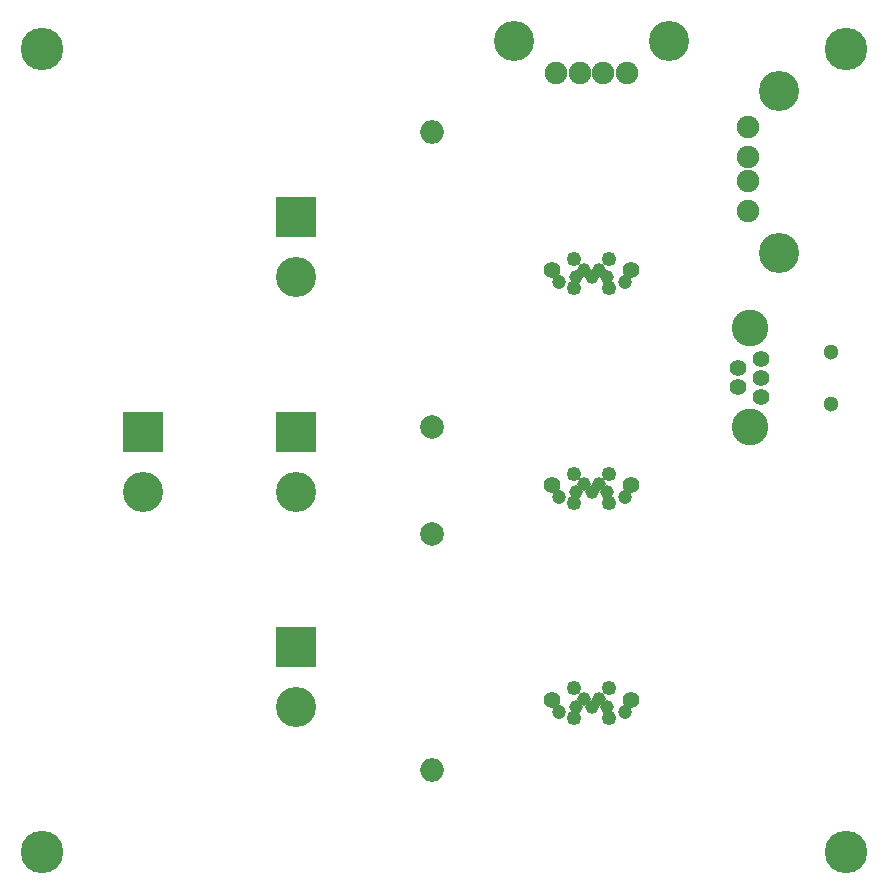
<source format=gbr>
G04 #@! TF.FileFunction,Soldermask,Bot*
%FSLAX46Y46*%
G04 Gerber Fmt 4.6, Leading zero omitted, Abs format (unit mm)*
G04 Created by KiCad (PCBNEW 4.0.4-stable) date 05/10/17 14:11:39*
%MOMM*%
%LPD*%
G01*
G04 APERTURE LIST*
%ADD10C,0.100000*%
%ADD11R,3.400000X3.400000*%
%ADD12C,3.400000*%
%ADD13C,1.150000*%
%ADD14C,1.200000*%
%ADD15C,1.250000*%
%ADD16C,1.400000*%
%ADD17C,1.900000*%
%ADD18C,3.100000*%
%ADD19C,1.300000*%
%ADD20C,2.000000*%
%ADD21O,2.000000X2.000000*%
%ADD22C,3.600000*%
G04 APERTURE END LIST*
D10*
D11*
X62000000Y-85920000D03*
D12*
X62000000Y-91000000D03*
D11*
X75000000Y-85920000D03*
D12*
X75000000Y-91000000D03*
D11*
X75000000Y-67720000D03*
D12*
X75000000Y-72800000D03*
D11*
X75000000Y-104120000D03*
D12*
X75000000Y-109200000D03*
D13*
X100000000Y-109200000D03*
X99350000Y-108550000D03*
X98700000Y-109200000D03*
X100650000Y-108550000D03*
X101300000Y-109200000D03*
D14*
X102800000Y-109620000D03*
X97200000Y-109620000D03*
D15*
X98500000Y-107620000D03*
X101500000Y-107620000D03*
X101500000Y-110120000D03*
X98500000Y-110120000D03*
D16*
X96675000Y-108580000D03*
X103325000Y-108580000D03*
D13*
X100000000Y-91000000D03*
X99350000Y-90350000D03*
X98700000Y-91000000D03*
X100650000Y-90350000D03*
X101300000Y-91000000D03*
D14*
X102800000Y-91420000D03*
X97200000Y-91420000D03*
D15*
X98500000Y-89420000D03*
X101500000Y-89420000D03*
X101500000Y-91920000D03*
X98500000Y-91920000D03*
D16*
X96675000Y-90380000D03*
X103325000Y-90380000D03*
D13*
X100000000Y-72800000D03*
X99350000Y-72150000D03*
X98700000Y-72800000D03*
X100650000Y-72150000D03*
X101300000Y-72800000D03*
D14*
X102800000Y-73220000D03*
X97200000Y-73220000D03*
D15*
X98500000Y-71220000D03*
X101500000Y-71220000D03*
X101500000Y-73720000D03*
X98500000Y-73720000D03*
D16*
X96675000Y-72180000D03*
X103325000Y-72180000D03*
D17*
X99000000Y-55500000D03*
X101000000Y-55500000D03*
X103000000Y-55500000D03*
X97000000Y-55500000D03*
D12*
X93430000Y-52790000D03*
X106570000Y-52790000D03*
D16*
X114300000Y-81300000D03*
X114300000Y-79700000D03*
X114300000Y-82900000D03*
X112400000Y-82100000D03*
X112400000Y-80500000D03*
D18*
X113400000Y-77100000D03*
X113400000Y-85500000D03*
D17*
X113200000Y-60060000D03*
X113200000Y-62600000D03*
X113200000Y-64630000D03*
X113200000Y-67170000D03*
D12*
X115870000Y-57010000D03*
X115870000Y-70730000D03*
D19*
X120300000Y-83500000D03*
X120300000Y-79100000D03*
D20*
X86500000Y-85500000D03*
D21*
X86500000Y-60500000D03*
D20*
X86500000Y-94500000D03*
D21*
X86500000Y-114500000D03*
D22*
X53500000Y-53500000D03*
X121500000Y-53500000D03*
X121500000Y-121500000D03*
X53500000Y-121500000D03*
M02*

</source>
